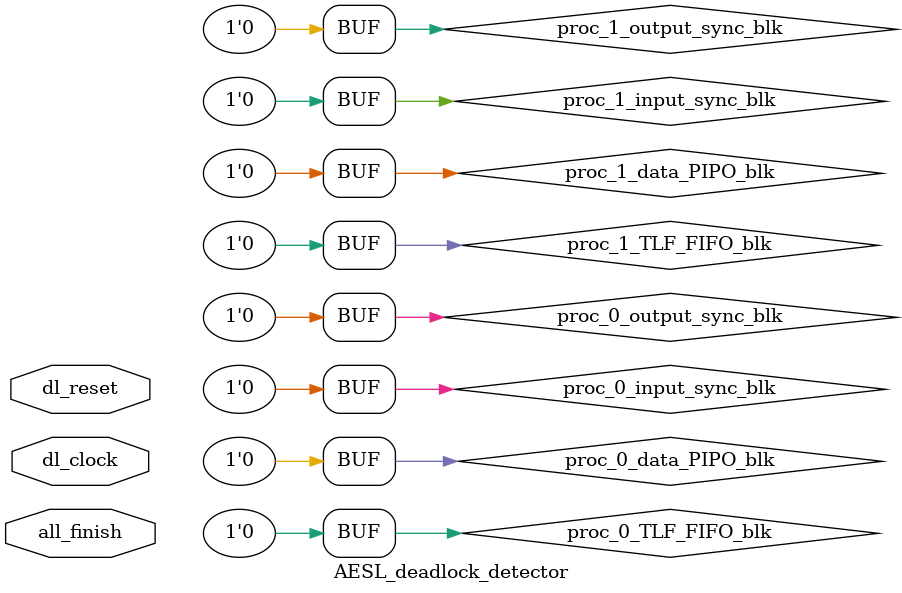
<source format=v>
`timescale 1 ns / 1 ps

module AESL_deadlock_detector (
    input dl_reset,
    input all_finish,
    input dl_clock);

    wire [0:0] proc_0_data_FIFO_blk;
    wire [0:0] proc_0_data_PIPO_blk;
    wire [0:0] proc_0_start_FIFO_blk;
    wire [0:0] proc_0_TLF_FIFO_blk;
    wire [0:0] proc_0_input_sync_blk;
    wire [0:0] proc_0_output_sync_blk;
    wire [0:0] proc_dep_vld_vec_0;
    reg [0:0] proc_dep_vld_vec_0_reg;
    wire [0:0] in_chan_dep_vld_vec_0;
    wire [1:0] in_chan_dep_data_vec_0;
    wire [0:0] token_in_vec_0;
    wire [0:0] out_chan_dep_vld_vec_0;
    wire [1:0] out_chan_dep_data_0;
    wire [0:0] token_out_vec_0;
    wire dl_detect_out_0;
    wire dep_chan_vld_1_0;
    wire [1:0] dep_chan_data_1_0;
    wire token_1_0;
    wire [0:0] proc_1_data_FIFO_blk;
    wire [0:0] proc_1_data_PIPO_blk;
    wire [0:0] proc_1_start_FIFO_blk;
    wire [0:0] proc_1_TLF_FIFO_blk;
    wire [0:0] proc_1_input_sync_blk;
    wire [0:0] proc_1_output_sync_blk;
    wire [0:0] proc_dep_vld_vec_1;
    reg [0:0] proc_dep_vld_vec_1_reg;
    wire [0:0] in_chan_dep_vld_vec_1;
    wire [1:0] in_chan_dep_data_vec_1;
    wire [0:0] token_in_vec_1;
    wire [0:0] out_chan_dep_vld_vec_1;
    wire [1:0] out_chan_dep_data_1;
    wire [0:0] token_out_vec_1;
    wire dl_detect_out_1;
    wire dep_chan_vld_0_1;
    wire [1:0] dep_chan_data_0_1;
    wire token_0_1;
    wire [1:0] dl_in_vec;
    wire dl_detect_out;
    wire token_clear;
    wire [1:0] origin;

    reg ap_done_reg_0;// for module AESL_inst_model_test.sparse_compute_U0
    always @ (negedge dl_reset or posedge dl_clock) begin
        if (~dl_reset) begin
            ap_done_reg_0 <= 'b0;
        end
        else begin
            ap_done_reg_0 <= AESL_inst_model_test.sparse_compute_U0.ap_done & ~AESL_inst_model_test.sparse_compute_U0.ap_continue;
        end
    end

reg [15:0] trans_in_cnt_0;// for process AESL_inst_model_test.entry_proc_U0
always @(negedge dl_reset or posedge dl_clock) begin
    if (~dl_reset) begin
         trans_in_cnt_0 <= 16'h0;
    end
    else if (AESL_inst_model_test.entry_proc_U0.start_write == 1'b1) begin
        trans_in_cnt_0 <= trans_in_cnt_0 + 16'h1;
    end
    else begin
        trans_in_cnt_0 <= trans_in_cnt_0;
    end
end

reg [15:0] trans_out_cnt_0;// for process AESL_inst_model_test.entry_proc_U0
always @(negedge dl_reset or posedge dl_clock) begin
    if (~dl_reset) begin
         trans_out_cnt_0 <= 16'h0;
    end
    else if (AESL_inst_model_test.entry_proc_U0.ap_done == 1'b1 && AESL_inst_model_test.entry_proc_U0.ap_continue == 1'b1) begin
        trans_out_cnt_0 <= trans_out_cnt_0 + 16'h1;
    end
    else begin
        trans_out_cnt_0 <= trans_out_cnt_0;
    end
end

    // Process: AESL_inst_model_test.entry_proc_U0
    AESL_deadlock_detect_unit #(2, 0, 1, 1) AESL_deadlock_detect_unit_0 (
        .reset(dl_reset),
        .clock(dl_clock),
        .proc_dep_vld_vec(proc_dep_vld_vec_0),
        .in_chan_dep_vld_vec(in_chan_dep_vld_vec_0),
        .in_chan_dep_data_vec(in_chan_dep_data_vec_0),
        .token_in_vec(token_in_vec_0),
        .dl_detect_in(dl_detect_out),
        .origin(origin[0]),
        .token_clear(token_clear),
        .out_chan_dep_vld_vec(out_chan_dep_vld_vec_0),
        .out_chan_dep_data(out_chan_dep_data_0),
        .token_out_vec(token_out_vec_0),
        .dl_detect_out(dl_in_vec[0]));

    assign proc_0_data_FIFO_blk[0] = 1'b0 | (~AESL_inst_model_test.entry_proc_U0.x_in_c_blk_n);
    assign proc_0_data_PIPO_blk[0] = 1'b0;
    assign proc_0_start_FIFO_blk[0] = 1'b0 | (~AESL_inst_model_test.start_for_sparse_input_U0_U.if_full_n & AESL_inst_model_test.entry_proc_U0.ap_start & ~AESL_inst_model_test.entry_proc_U0.real_start & (trans_in_cnt_0 == trans_out_cnt_0) & ~AESL_inst_model_test.start_for_sparse_input_U0_U.if_read);
    assign proc_0_TLF_FIFO_blk[0] = 1'b0;
    assign proc_0_input_sync_blk[0] = 1'b0;
    assign proc_0_output_sync_blk[0] = 1'b0;
    assign proc_dep_vld_vec_0[0] = dl_detect_out ? proc_dep_vld_vec_0_reg[0] : (proc_0_data_FIFO_blk[0] | proc_0_data_PIPO_blk[0] | proc_0_start_FIFO_blk[0] | proc_0_TLF_FIFO_blk[0] | proc_0_input_sync_blk[0] | proc_0_output_sync_blk[0]);
    always @ (negedge dl_reset or posedge dl_clock) begin
        if (~dl_reset) begin
            proc_dep_vld_vec_0_reg <= 'b0;
        end
        else begin
            proc_dep_vld_vec_0_reg <= proc_dep_vld_vec_0;
        end
    end
    assign in_chan_dep_vld_vec_0[0] = dep_chan_vld_1_0;
    assign in_chan_dep_data_vec_0[1 : 0] = dep_chan_data_1_0;
    assign token_in_vec_0[0] = token_1_0;
    assign dep_chan_vld_0_1 = out_chan_dep_vld_vec_0[0];
    assign dep_chan_data_0_1 = out_chan_dep_data_0;
    assign token_0_1 = token_out_vec_0[0];

    // Process: AESL_inst_model_test.sparse_input_U0
    AESL_deadlock_detect_unit #(2, 1, 1, 1) AESL_deadlock_detect_unit_1 (
        .reset(dl_reset),
        .clock(dl_clock),
        .proc_dep_vld_vec(proc_dep_vld_vec_1),
        .in_chan_dep_vld_vec(in_chan_dep_vld_vec_1),
        .in_chan_dep_data_vec(in_chan_dep_data_vec_1),
        .token_in_vec(token_in_vec_1),
        .dl_detect_in(dl_detect_out),
        .origin(origin[1]),
        .token_clear(token_clear),
        .out_chan_dep_vld_vec(out_chan_dep_vld_vec_1),
        .out_chan_dep_data(out_chan_dep_data_1),
        .token_out_vec(token_out_vec_1),
        .dl_detect_out(dl_in_vec[1]));

    assign proc_1_data_FIFO_blk[0] = 1'b0 | (~AESL_inst_model_test.sparse_input_U0.x_in_blk_n);
    assign proc_1_data_PIPO_blk[0] = 1'b0;
    assign proc_1_start_FIFO_blk[0] = 1'b0 | (~AESL_inst_model_test.start_for_sparse_input_U0_U.if_empty_n & AESL_inst_model_test.sparse_input_U0.ap_idle & ~AESL_inst_model_test.start_for_sparse_input_U0_U.if_write);
    assign proc_1_TLF_FIFO_blk[0] = 1'b0;
    assign proc_1_input_sync_blk[0] = 1'b0;
    assign proc_1_output_sync_blk[0] = 1'b0;
    assign proc_dep_vld_vec_1[0] = dl_detect_out ? proc_dep_vld_vec_1_reg[0] : (proc_1_data_FIFO_blk[0] | proc_1_data_PIPO_blk[0] | proc_1_start_FIFO_blk[0] | proc_1_TLF_FIFO_blk[0] | proc_1_input_sync_blk[0] | proc_1_output_sync_blk[0]);
    always @ (negedge dl_reset or posedge dl_clock) begin
        if (~dl_reset) begin
            proc_dep_vld_vec_1_reg <= 'b0;
        end
        else begin
            proc_dep_vld_vec_1_reg <= proc_dep_vld_vec_1;
        end
    end
    assign in_chan_dep_vld_vec_1[0] = dep_chan_vld_0_1;
    assign in_chan_dep_data_vec_1[1 : 0] = dep_chan_data_0_1;
    assign token_in_vec_1[0] = token_0_1;
    assign dep_chan_vld_1_0 = out_chan_dep_vld_vec_1[0];
    assign dep_chan_data_1_0 = out_chan_dep_data_1;
    assign token_1_0 = token_out_vec_1[0];


    wire [1:0] dl_in_vec_comb = dl_in_vec & ~{1{all_finish}};
    AESL_deadlock_report_unit #(2) AESL_deadlock_report_unit_inst (
        .dl_reset(dl_reset),
        .dl_clock(dl_clock),
        .dl_in_vec(dl_in_vec_comb),
        .trans_in_cnt_0(trans_in_cnt_0),
        .trans_out_cnt_0(trans_out_cnt_0),
        .ap_done_reg_0(ap_done_reg_0),
        .dl_detect_out(dl_detect_out),
        .origin(origin),
        .token_clear(token_clear));

endmodule

</source>
